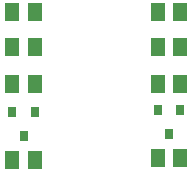
<source format=gbr>
G04 EAGLE Gerber X2 export*
%TF.Part,Single*%
%TF.FileFunction,Paste,Top*%
%TF.FilePolarity,Positive*%
%TF.GenerationSoftware,Autodesk,EAGLE,8.6.3*%
%TF.CreationDate,2019-07-23T17:02:53Z*%
G75*
%MOMM*%
%FSLAX34Y34*%
%LPD*%
%AMOC8*
5,1,8,0,0,1.08239X$1,22.5*%
G01*
%ADD10R,1.300000X1.500000*%
%ADD11R,0.787400X0.889000*%


D10*
X177000Y347600D03*
X196000Y347600D03*
X177000Y318200D03*
X196000Y318200D03*
X177000Y286800D03*
X196000Y286800D03*
X177000Y224600D03*
X196000Y224600D03*
X54000Y347600D03*
X73000Y347600D03*
X54000Y318200D03*
X73000Y318200D03*
X54000Y286800D03*
X73000Y286800D03*
X54000Y222600D03*
X73000Y222600D03*
D11*
X196406Y264860D03*
X177102Y264860D03*
X186754Y244540D03*
X73406Y262860D03*
X54102Y262860D03*
X63754Y242540D03*
M02*

</source>
